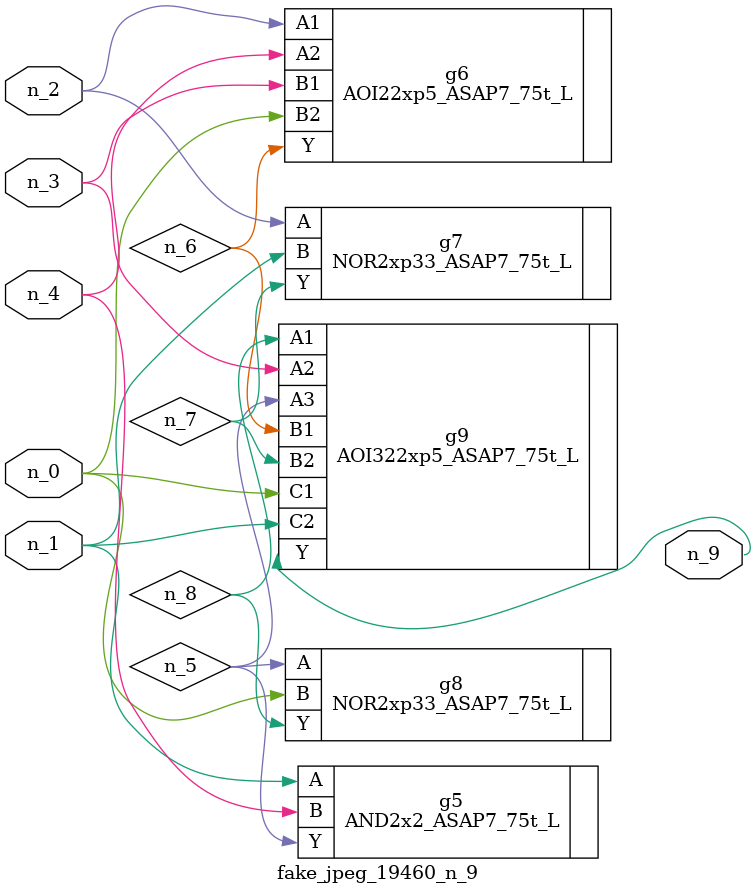
<source format=v>
module fake_jpeg_19460_n_9 (n_3, n_2, n_1, n_0, n_4, n_9);

input n_3;
input n_2;
input n_1;
input n_0;
input n_4;

output n_9;

wire n_8;
wire n_6;
wire n_5;
wire n_7;

AND2x2_ASAP7_75t_L g5 ( 
.A(n_1),
.B(n_4),
.Y(n_5)
);

AOI22xp5_ASAP7_75t_L g6 ( 
.A1(n_2),
.A2(n_4),
.B1(n_3),
.B2(n_0),
.Y(n_6)
);

NOR2xp33_ASAP7_75t_L g7 ( 
.A(n_2),
.B(n_1),
.Y(n_7)
);

NOR2xp33_ASAP7_75t_L g8 ( 
.A(n_5),
.B(n_0),
.Y(n_8)
);

AOI322xp5_ASAP7_75t_L g9 ( 
.A1(n_8),
.A2(n_3),
.A3(n_5),
.B1(n_6),
.B2(n_7),
.C1(n_0),
.C2(n_1),
.Y(n_9)
);


endmodule
</source>
